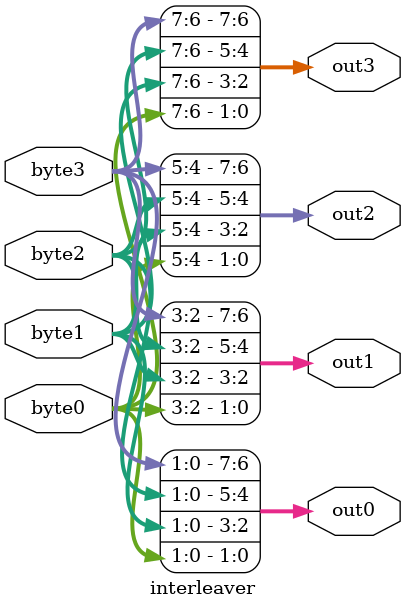
<source format=v>
module interleaver(
input [7:0] byte0,
input [7:0] byte1,
input [7:0] byte2,
input [7:0] byte3, 
output [7:0] out0,
output [7:0] out1,
output [7:0] out2,
output [7:0] out3
);

assign out0 ={byte3[1:0],byte2[1:0],byte1[1:0],byte0[1:0]};
assign out1 ={byte3[3:2],byte2[3:2],byte1[3:2],byte0[3:2]};
assign out2 ={byte3[5:4],byte2[5:4],byte1[5:4],byte0[5:4]};
assign out3 ={byte3[7:6],byte2[7:6],byte1[7:6],byte0[7:6]};
endmodule
</source>
